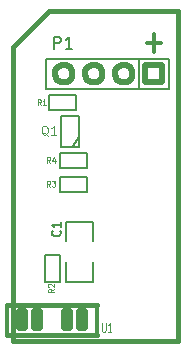
<source format=gto>
G04 (created by PCBNEW-RS274X (2012-apr-16-27)-stable) date Tue 07 Jan 2014 22:20:38 GMT*
G01*
G70*
G90*
%MOIN*%
G04 Gerber Fmt 3.4, Leading zero omitted, Abs format*
%FSLAX34Y34*%
G04 APERTURE LIST*
%ADD10C,0.020000*%
%ADD11C,0.012000*%
%ADD12C,0.015000*%
%ADD13C,0.005000*%
%ADD14C,0.006000*%
%ADD15C,0.004500*%
%ADD16C,0.004900*%
%ADD17C,0.003000*%
G04 APERTURE END LIST*
G54D10*
G54D11*
X04890Y10139D02*
X05347Y10139D01*
X05118Y09834D02*
X05118Y10444D01*
G54D12*
X00409Y00220D02*
X05909Y00220D01*
X00409Y10020D02*
X00409Y00220D01*
X01609Y11220D02*
X05909Y11220D01*
X00409Y10020D02*
X01609Y11220D01*
X05909Y10420D02*
X05909Y11220D01*
X05906Y00197D02*
X05906Y10433D01*
G54D13*
X01637Y08400D02*
X02537Y08400D01*
X02537Y08400D02*
X02537Y07900D01*
X02537Y07900D02*
X01637Y07900D01*
X01637Y07900D02*
X01637Y08400D01*
X01483Y02188D02*
X01483Y03088D01*
X01483Y03088D02*
X01983Y03088D01*
X01983Y03088D02*
X01983Y02188D01*
X01983Y02188D02*
X01483Y02188D01*
G54D12*
X03209Y01420D02*
X00209Y01420D01*
X03209Y00420D02*
X00209Y00420D01*
G54D11*
X03209Y01420D02*
X03209Y00420D01*
X00209Y00420D02*
X00209Y01420D01*
G54D13*
X02188Y02189D02*
X03088Y02189D01*
X03088Y02189D02*
X03088Y02839D01*
X02188Y03539D02*
X02188Y04189D01*
X02188Y04189D02*
X03088Y04189D01*
X03088Y04189D02*
X03088Y03539D01*
X02188Y02839D02*
X02188Y02189D01*
X01991Y05683D02*
X02891Y05683D01*
X02891Y05683D02*
X02891Y05183D01*
X02891Y05183D02*
X01991Y05183D01*
X01991Y05183D02*
X01991Y05683D01*
X01991Y06471D02*
X02891Y06471D01*
X02891Y06471D02*
X02891Y05971D01*
X02891Y05971D02*
X01991Y05971D01*
X01991Y05971D02*
X01991Y06471D01*
X02609Y09620D02*
X01509Y09620D01*
X02609Y08620D02*
X01509Y08620D01*
G54D14*
X05609Y09620D02*
X05609Y08620D01*
X05609Y08620D02*
X02609Y08620D01*
X01509Y08620D02*
X01509Y09620D01*
X02609Y09620D02*
X05609Y09620D01*
X04609Y08620D02*
X04609Y09620D01*
G54D13*
X02623Y07005D02*
X02423Y06705D01*
X02623Y07705D02*
X02623Y06680D01*
X02623Y06680D02*
X02023Y06680D01*
X02023Y06680D02*
X02023Y07705D01*
X02023Y07705D02*
X02623Y07705D01*
G54D10*
X02612Y01213D02*
X02612Y00627D01*
X02806Y00627D01*
X02806Y01213D01*
X02612Y01213D01*
X02112Y01213D02*
X02112Y00627D01*
X02306Y00627D01*
X02306Y01213D01*
X02112Y01213D01*
X01112Y01213D02*
X01112Y00627D01*
X01306Y00627D01*
X01306Y01213D01*
X01112Y01213D01*
X00612Y01213D02*
X00612Y00627D01*
X00806Y00627D01*
X00806Y01213D01*
X00612Y01213D01*
X04816Y09413D02*
X04816Y08827D01*
X05402Y08827D01*
X05402Y09413D01*
X04816Y09413D01*
X04402Y09120D02*
X04396Y09064D01*
X04379Y09009D01*
X04353Y08958D01*
X04316Y08914D01*
X04272Y08878D01*
X04222Y08850D01*
X04167Y08833D01*
X04111Y08828D01*
X04055Y08833D01*
X04000Y08849D01*
X03949Y08875D01*
X03904Y08911D01*
X03868Y08955D01*
X03840Y09005D01*
X03823Y09060D01*
X03817Y09116D01*
X03821Y09172D01*
X03837Y09227D01*
X03863Y09278D01*
X03899Y09323D01*
X03942Y09360D01*
X03992Y09388D01*
X04047Y09406D01*
X04103Y09412D01*
X04159Y09408D01*
X04214Y09393D01*
X04265Y09367D01*
X04311Y09332D01*
X04348Y09288D01*
X04376Y09239D01*
X04394Y09184D01*
X04401Y09128D01*
X04402Y09120D01*
X03402Y09120D02*
X03396Y09064D01*
X03379Y09009D01*
X03353Y08958D01*
X03316Y08914D01*
X03272Y08878D01*
X03222Y08850D01*
X03167Y08833D01*
X03111Y08828D01*
X03055Y08833D01*
X03000Y08849D01*
X02949Y08875D01*
X02904Y08911D01*
X02868Y08955D01*
X02840Y09005D01*
X02823Y09060D01*
X02817Y09116D01*
X02821Y09172D01*
X02837Y09227D01*
X02863Y09278D01*
X02899Y09323D01*
X02942Y09360D01*
X02992Y09388D01*
X03047Y09406D01*
X03103Y09412D01*
X03159Y09408D01*
X03214Y09393D01*
X03265Y09367D01*
X03311Y09332D01*
X03348Y09288D01*
X03376Y09239D01*
X03394Y09184D01*
X03401Y09128D01*
X03402Y09120D01*
X02402Y09120D02*
X02396Y09064D01*
X02379Y09009D01*
X02353Y08958D01*
X02316Y08914D01*
X02272Y08878D01*
X02222Y08850D01*
X02167Y08833D01*
X02111Y08828D01*
X02055Y08833D01*
X02000Y08849D01*
X01949Y08875D01*
X01904Y08911D01*
X01868Y08955D01*
X01840Y09005D01*
X01823Y09060D01*
X01817Y09116D01*
X01821Y09172D01*
X01837Y09227D01*
X01863Y09278D01*
X01899Y09323D01*
X01942Y09360D01*
X01992Y09388D01*
X02047Y09406D01*
X02103Y09412D01*
X02159Y09408D01*
X02214Y09393D01*
X02265Y09367D01*
X02311Y09332D01*
X02348Y09288D01*
X02376Y09239D01*
X02394Y09184D01*
X02401Y09128D01*
X02402Y09120D01*
G54D15*
X01349Y08066D02*
X01289Y08161D01*
X01246Y08066D02*
X01246Y08266D01*
X01314Y08266D01*
X01332Y08257D01*
X01340Y08247D01*
X01349Y08228D01*
X01349Y08199D01*
X01340Y08180D01*
X01332Y08171D01*
X01314Y08161D01*
X01246Y08161D01*
X01520Y08066D02*
X01417Y08066D01*
X01469Y08066D02*
X01469Y08266D01*
X01452Y08237D01*
X01434Y08218D01*
X01417Y08209D01*
X01786Y01939D02*
X01691Y01879D01*
X01786Y01836D02*
X01586Y01836D01*
X01586Y01904D01*
X01595Y01922D01*
X01605Y01930D01*
X01624Y01939D01*
X01653Y01939D01*
X01672Y01930D01*
X01681Y01922D01*
X01691Y01904D01*
X01691Y01836D01*
X01605Y02007D02*
X01595Y02016D01*
X01586Y02033D01*
X01586Y02076D01*
X01595Y02093D01*
X01605Y02102D01*
X01624Y02110D01*
X01643Y02110D01*
X01672Y02102D01*
X01786Y01999D01*
X01786Y02110D01*
G54D16*
X03394Y00818D02*
X03394Y00563D01*
X03403Y00533D01*
X03413Y00518D01*
X03431Y00503D01*
X03469Y00503D01*
X03488Y00518D01*
X03497Y00533D01*
X03506Y00563D01*
X03506Y00818D01*
X03703Y00503D02*
X03591Y00503D01*
X03647Y00503D02*
X03647Y00818D01*
X03628Y00773D01*
X03609Y00743D01*
X03591Y00728D01*
G54D13*
X01983Y03887D02*
X01997Y03873D01*
X02011Y03830D01*
X02011Y03801D01*
X01997Y03758D01*
X01969Y03730D01*
X01940Y03715D01*
X01883Y03701D01*
X01840Y03701D01*
X01783Y03715D01*
X01754Y03730D01*
X01726Y03758D01*
X01711Y03801D01*
X01711Y03830D01*
X01726Y03873D01*
X01740Y03887D01*
X02011Y04173D02*
X02011Y04001D01*
X02011Y04087D02*
X01711Y04087D01*
X01754Y04058D01*
X01783Y04030D01*
X01797Y04001D01*
G54D15*
X01664Y05352D02*
X01604Y05447D01*
X01561Y05352D02*
X01561Y05552D01*
X01629Y05552D01*
X01647Y05543D01*
X01655Y05533D01*
X01664Y05514D01*
X01664Y05485D01*
X01655Y05466D01*
X01647Y05457D01*
X01629Y05447D01*
X01561Y05447D01*
X01724Y05552D02*
X01835Y05552D01*
X01775Y05476D01*
X01801Y05476D01*
X01818Y05466D01*
X01827Y05457D01*
X01835Y05438D01*
X01835Y05390D01*
X01827Y05371D01*
X01818Y05362D01*
X01801Y05352D01*
X01749Y05352D01*
X01732Y05362D01*
X01724Y05371D01*
X01664Y06140D02*
X01604Y06235D01*
X01561Y06140D02*
X01561Y06340D01*
X01629Y06340D01*
X01647Y06331D01*
X01655Y06321D01*
X01664Y06302D01*
X01664Y06273D01*
X01655Y06254D01*
X01647Y06245D01*
X01629Y06235D01*
X01561Y06235D01*
X01818Y06273D02*
X01818Y06140D01*
X01775Y06350D02*
X01732Y06207D01*
X01844Y06207D01*
G54D14*
X01792Y09956D02*
X01792Y10356D01*
X01945Y10356D01*
X01983Y10337D01*
X02002Y10318D01*
X02021Y10280D01*
X02021Y10223D01*
X02002Y10185D01*
X01983Y10166D01*
X01945Y10147D01*
X01792Y10147D01*
X02402Y09956D02*
X02173Y09956D01*
X02287Y09956D02*
X02287Y10356D01*
X02249Y10299D01*
X02211Y10261D01*
X02173Y10242D01*
G54D17*
X01586Y07055D02*
X01558Y07069D01*
X01529Y07098D01*
X01486Y07141D01*
X01458Y07155D01*
X01429Y07155D01*
X01444Y07084D02*
X01415Y07098D01*
X01386Y07126D01*
X01372Y07184D01*
X01372Y07284D01*
X01386Y07341D01*
X01415Y07369D01*
X01444Y07384D01*
X01501Y07384D01*
X01529Y07369D01*
X01558Y07341D01*
X01572Y07284D01*
X01572Y07184D01*
X01558Y07126D01*
X01529Y07098D01*
X01501Y07084D01*
X01444Y07084D01*
X01858Y07084D02*
X01686Y07084D01*
X01772Y07084D02*
X01772Y07384D01*
X01743Y07341D01*
X01715Y07312D01*
X01686Y07298D01*
M02*

</source>
